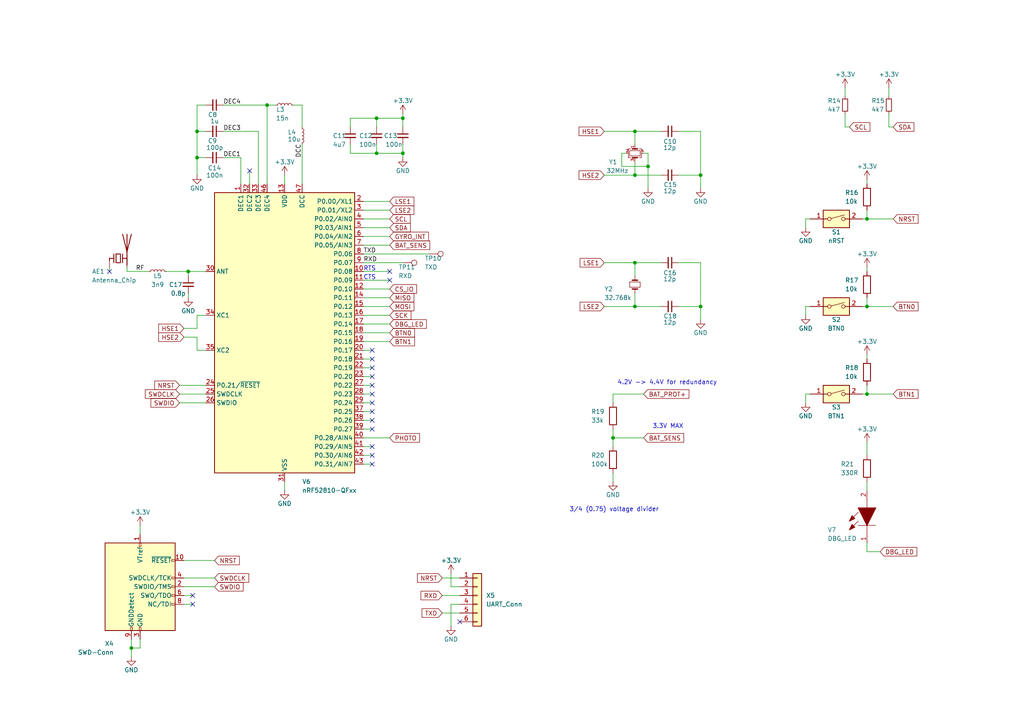
<source format=kicad_sch>
(kicad_sch (version 20211123) (generator eeschema)
  (paper "A4")
  (title_block (title "SmartWatch - [3] MCU") (date "2022-06-19") (comment 4 "Simon Brenninger"))
  (lib_symbols
    (symbol "Connector:Conn_ARM_JTAG_SWD_10" (pin_names (offset 1.016))
      (property "Reference" "J" (at -2.54 16.51 0))
      (property "Value" "Conn_ARM_JTAG_SWD_10" (at -2.54 13.97 0))
      (symbol "Conn_ARM_JTAG_SWD_10_0_1"
        (rectangle (start -10.16 12.7) (end 10.16 -12.7) (stroke (width 0.254)) (fill (type background)))
        (rectangle (start -2.794 -12.7) (end -2.286 -11.684))
        (rectangle (start -0.254 -12.7) (end 0.254 -11.684))
        (rectangle (start -0.254 12.7) (end 0.254 11.684))
        (rectangle (start 9.144 2.286) (end 10.16 2.794))
        (rectangle (start 10.16 -2.794) (end 9.144 -2.286))
        (rectangle (start 10.16 -0.254) (end 9.144 0.254))
        (rectangle (start 10.16 7.874) (end 9.144 7.366))
      )
      (symbol "Conn_ARM_JTAG_SWD_10_1_1"
        (rectangle (start 9.144 -5.334) (end 10.16 -4.826))
        (pin power_in line (at 0 15.24 270) (length 2.54) (name "VTref") (number "1"))
        (pin open_collector line (at 12.7 7.62 180) (length 2.54) (name "~{RESET}") (number "10"))
        (pin bidirectional line (at 12.7 0 180) (length 2.54) (name "SWDIO/TMS") (number "2"))
        (pin power_in line (at 0 -15.24 90) (length 2.54) (name "GND") (number "3"))
        (pin output line (at 12.7 2.54 180) (length 2.54) (name "SWDCLK/TCK") (number "4"))
        (pin passive line (at 0 -15.24 90) (length 2.54) hide (name "GND") (number "5"))
        (pin input line (at 12.7 -2.54 180) (length 2.54) (name "SWO/TDO") (number "6"))
        (pin no_connect line (at -10.16 0 0) (length 2.54) hide (name "KEY") (number "7"))
        (pin output line (at 12.7 -5.08 180) (length 2.54) (name "NC/TDI") (number "8"))
        (pin passive line (at -2.54 -15.24 90) (length 2.54) (name "GNDDetect") (number "9"))
      )
    )
    (symbol "Connector:TestPoint" (pin_numbers hide) (pin_names (offset 0.762) hide)
      (property "Reference" "TP" (at 0 6.858 0))
      (property "Value" "TestPoint" (at 0 5.08 0))
      (symbol "TestPoint_0_1"
        (circle (center 0 3.302) (radius 0.762))
      )
      (symbol "TestPoint_1_1"
        (pin passive line (at 0 0 90) (length 2.54) (name "1") (number "1"))
      )
    )
    (symbol "Connector_Generic:Conn_01x06" (pin_names (offset 1.016) hide)
      (property "Reference" "J" (at 0 7.62 0))
      (property "Value" "Conn_01x06" (at 0 -10.16 0))
      (symbol "Conn_01x06_1_1"
        (rectangle (start -1.27 -7.493) (end 0 -7.747) (stroke (width 0.1524)))
        (rectangle (start -1.27 -4.953) (end 0 -5.207) (stroke (width 0.1524)))
        (rectangle (start -1.27 -2.413) (end 0 -2.667) (stroke (width 0.1524)))
        (rectangle (start -1.27 0.127) (end 0 -0.127) (stroke (width 0.1524)))
        (rectangle (start -1.27 2.667) (end 0 2.413) (stroke (width 0.1524)))
        (rectangle (start -1.27 5.207) (end 0 4.953) (stroke (width 0.1524)))
        (rectangle (start -1.27 6.35) (end 1.27 -8.89) (stroke (width 0.254)) (fill (type background)))
        (pin passive line (at -5.08 5.08 0) (length 3.81) (name "Pin_1") (number "1"))
        (pin passive line (at -5.08 2.54 0) (length 3.81) (name "Pin_2") (number "2"))
        (pin passive line (at -5.08 0 0) (length 3.81) (name "Pin_3") (number "3"))
        (pin passive line (at -5.08 -2.54 0) (length 3.81) (name "Pin_4") (number "4"))
        (pin passive line (at -5.08 -5.08 0) (length 3.81) (name "Pin_5") (number "5"))
        (pin passive line (at -5.08 -7.62 0) (length 3.81) (name "Pin_6") (number "6"))
      )
    )
    (symbol "Device:Antenna_Chip" (pin_numbers hide) (pin_names (offset 1.016) hide)
      (property "Reference" "AE" (at 0 5.08 0))
      (property "Value" "Antenna_Chip" (at 0 3.175 0))
      (symbol "Antenna_Chip_0_1"
        (polyline (pts (xy -2.54 0) (xy -2.54 -0.635)) (stroke (width 0.254)))
        (polyline (pts (xy -2.54 0) (xy -1.27 0)) (stroke (width 0.254)))
        (polyline (pts (xy 1.27 0) (xy 2.54 0)) (stroke (width 0.254)))
        (polyline (pts (xy 1.27 1.27) (xy 1.27 -1.27)) (stroke (width 0.254)))
        (polyline (pts (xy 2.54 -0.635) (xy 2.54 0)))
        (polyline (pts (xy 2.54 6.985) (xy 2.54 -1.905)) (stroke (width 0.254)))
        (polyline (pts (xy -1.27 1.27) (xy -1.27 -1.27) (xy -1.27 0)) (stroke (width 0.254)))
        (polyline (pts (xy 3.81 6.985) (xy 2.54 1.905) (xy 1.27 6.985)) (stroke (width 0.254)))
        (polyline (pts (xy -0.635 1.27) (xy 0.635 1.27) (xy 0.635 -1.27) (xy -0.635 -1.27) (xy -0.635 1.27)) (stroke (width 0.254)))
      )
      (symbol "Antenna_Chip_1_1"
        (pin input line (at -2.54 -2.54 90) (length 2.54) (name "FEED") (number "1"))
        (pin passive line (at 2.54 -2.54 90) (length 2.54) (name "PCB_Trace") (number "2"))
      )
    )
    (symbol "Device:C_Small" (pin_numbers hide) (pin_names (offset 0.254) hide)
      (property "Reference" "C" (at 0.254 1.778 0))
      (property "Value" "C_Small" (at 0.254 -2.032 0))
      (symbol "C_Small_0_1"
        (polyline (pts (xy -1.524 -0.508) (xy 1.524 -0.508)) (stroke (width 0.3302)))
        (polyline (pts (xy -1.524 0.508) (xy 1.524 0.508)) (stroke (width 0.3048)))
      )
      (symbol "C_Small_1_1"
        (pin passive line (at 0 2.54 270) (length 2.032) (name "~") (number "1"))
        (pin passive line (at 0 -2.54 90) (length 2.032) (name "~") (number "2"))
      )
    )
    (symbol "Device:Crystal_GND24_Small" (pin_names (offset 1.016) hide)
      (property "Reference" "Y" (at 1.27 4.445 0))
      (property "Value" "Crystal_GND24_Small" (at 1.27 2.54 0))
      (symbol "Crystal_GND24_Small_0_1"
        (rectangle (start -0.762 -1.524) (end 0.762 1.524))
        (polyline (pts (xy -1.27 -0.762) (xy -1.27 0.762)) (stroke (width 0.381)))
        (polyline (pts (xy 1.27 -0.762) (xy 1.27 0.762)) (stroke (width 0.381)))
        (polyline (pts (xy -1.27 -1.27) (xy -1.27 -1.905) (xy 1.27 -1.905) (xy 1.27 -1.27)))
        (polyline (pts (xy -1.27 1.27) (xy -1.27 1.905) (xy 1.27 1.905) (xy 1.27 1.27)))
      )
      (symbol "Crystal_GND24_Small_1_1"
        (pin passive line (at -2.54 0 0) (length 1.27) (name "1") (number "1"))
        (pin passive line (at 0 -2.54 90) (length 0.635) (name "2") (number "2"))
        (pin passive line (at 2.54 0 180) (length 1.27) (name "3") (number "3"))
        (pin passive line (at 0 2.54 270) (length 0.635) (name "4") (number "4"))
      )
    )
    (symbol "Device:Crystal_Small" (pin_numbers hide) (pin_names (offset 1.016) hide)
      (property "Reference" "Y" (at 0 2.54 0))
      (property "Value" "Crystal_Small" (at 0 -2.54 0))
      (symbol "Crystal_Small_0_1"
        (rectangle (start -0.762 -1.524) (end 0.762 1.524))
        (polyline (pts (xy -1.27 -0.762) (xy -1.27 0.762)) (stroke (width 0.381)))
        (polyline (pts (xy 1.27 -0.762) (xy 1.27 0.762)) (stroke (width 0.381)))
      )
      (symbol "Crystal_Small_1_1"
        (pin passive line (at -2.54 0 0) (length 1.27) (name "1") (number "1"))
        (pin passive line (at 2.54 0 180) (length 1.27) (name "2") (number "2"))
      )
    )
    (symbol "Device:L_Small" (pin_numbers hide) (pin_names (offset 0.254) hide)
      (property "Reference" "L" (at 0.762 1.016 0))
      (property "Value" "L_Small" (at 0.762 -1.016 0))
      (symbol "L_Small_0_1"
        (arc (start 0 -2.032) (mid 0.508 -1.524) (end 0 -1.016))
        (arc (start 0 -1.016) (mid 0.508 -0.508) (end 0 0))
        (arc (start 0 0) (mid 0.508 0.508) (end 0 1.016))
        (arc (start 0 1.016) (mid 0.508 1.524) (end 0 2.032))
      )
      (symbol "L_Small_1_1"
        (pin passive line (at 0 2.54 270) (length 0.508) (name "~") (number "1"))
        (pin passive line (at 0 -2.54 90) (length 0.508) (name "~") (number "2"))
      )
    )
    (symbol "Device:R" (pin_numbers hide) (pin_names (offset 0))
      (property "Reference" "R" (at 2.032 0 90))
      (property "Value" "R" (at 0 0 90))
      (symbol "R_0_1"
        (rectangle (start -1.016 -2.54) (end 1.016 2.54) (stroke (width 0.254)))
      )
      (symbol "R_1_1"
        (pin passive line (at 0 3.81 270) (length 1.27) (name "~") (number "1"))
        (pin passive line (at 0 -3.81 90) (length 1.27) (name "~") (number "2"))
      )
    )
    (symbol "Device:R_Small" (pin_numbers hide) (pin_names (offset 0.254) hide)
      (property "Reference" "R" (at 0.762 0.508 0))
      (property "Value" "R_Small" (at 0.762 -1.016 0))
      (symbol "R_Small_0_1"
        (rectangle (start -0.762 1.778) (end 0.762 -1.778) (stroke (width 0.2032)))
      )
      (symbol "R_Small_1_1"
        (pin passive line (at 0 2.54 270) (length 0.762) (name "~") (number "1"))
        (pin passive line (at 0 -2.54 90) (length 0.762) (name "~") (number "2"))
      )
    )
    (symbol "LED red:150060SS75000" (pin_names (offset 0.762))
      (property "Reference" "LED" (at 12.7 8.89 0))
      (property "Value" "150060SS75000" (at 12.7 6.35 0))
      (symbol "150060SS75000_0_0"
        (pin passive line (at 0 0 0) (length 2.54) (name "~") (number "1"))
        (pin passive line (at 15.24 0 180) (length 2.54) (name "~") (number "2"))
      )
      (symbol "150060SS75000_0_1"
        (polyline (pts (xy 2.54 0) (xy 5.08 0)) (stroke (width 0.1524)))
        (polyline (pts (xy 5.08 2.54) (xy 5.08 -2.54)) (stroke (width 0.1524)))
        (polyline (pts (xy 6.35 2.54) (xy 3.81 5.08)) (stroke (width 0.1524)))
        (polyline (pts (xy 8.89 2.54) (xy 6.35 5.08)) (stroke (width 0.1524)))
        (polyline (pts (xy 10.16 0) (xy 12.7 0)) (stroke (width 0.1524)))
        (polyline (pts (xy 5.08 0) (xy 10.16 2.54) (xy 10.16 -2.54) (xy 5.08 0)) (stroke (width 0.254)) (fill (type outline)))
        (polyline (pts (xy 5.334 4.318) (xy 4.572 3.556) (xy 3.81 5.08) (xy 5.334 4.318)) (stroke (width 0.254)) (fill (type outline)))
        (polyline (pts (xy 7.874 4.318) (xy 7.112 3.556) (xy 6.35 5.08) (xy 7.874 4.318)) (stroke (width 0.254)) (fill (type outline)))
      )
    )
    (symbol "MCU_Nordic:nRF52810-QFxx"
      (property "Reference" "U" (at 0 1.27 0))
      (property "Value" "nRF52810-QFxx" (at 0 -1.27 0))
      (symbol "nRF52810-QFxx_0_1"
        (rectangle (start -20.32 40.64) (end 20.32 -40.64) (stroke (width 0.254)) (fill (type background)))
      )
      (symbol "nRF52810-QFxx_1_1"
        (pin passive line (at -12.7 43.18 270) (length 2.54) (name "DEC1") (number "1"))
        (pin bidirectional line (at 22.86 17.78 180) (length 2.54) (name "P0.08") (number "10"))
        (pin bidirectional line (at 22.86 15.24 180) (length 2.54) (name "P0.09") (number "11"))
        (pin bidirectional line (at 22.86 12.7 180) (length 2.54) (name "P0.10") (number "12"))
        (pin power_in line (at 0 43.18 270) (length 2.54) (name "VDD") (number "13"))
        (pin bidirectional line (at 22.86 10.16 180) (length 2.54) (name "P0.11") (number "14"))
        (pin bidirectional line (at 22.86 7.62 180) (length 2.54) (name "P0.12") (number "15"))
        (pin bidirectional line (at 22.86 5.08 180) (length 2.54) (name "P0.13") (number "16"))
        (pin bidirectional line (at 22.86 2.54 180) (length 2.54) (name "P0.14") (number "17"))
        (pin bidirectional line (at 22.86 0 180) (length 2.54) (name "P0.15") (number "18"))
        (pin bidirectional line (at 22.86 -2.54 180) (length 2.54) (name "P0.16") (number "19"))
        (pin bidirectional line (at 22.86 38.1 180) (length 2.54) (name "P0.00/XL1") (number "2"))
        (pin bidirectional line (at 22.86 -5.08 180) (length 2.54) (name "P0.17") (number "20"))
        (pin bidirectional line (at 22.86 -7.62 180) (length 2.54) (name "P0.18") (number "21"))
        (pin bidirectional line (at 22.86 -10.16 180) (length 2.54) (name "P0.19") (number "22"))
        (pin bidirectional line (at 22.86 -12.7 180) (length 2.54) (name "P0.20") (number "23"))
        (pin bidirectional line (at -22.86 -15.24 0) (length 2.54) (name "P0.21/~{RESET}") (number "24"))
        (pin input line (at -22.86 -17.78 0) (length 2.54) (name "SWDCLK") (number "25"))
        (pin bidirectional line (at -22.86 -20.32 0) (length 2.54) (name "SWDIO") (number "26"))
        (pin bidirectional line (at 22.86 -15.24 180) (length 2.54) (name "P0.22") (number "27"))
        (pin bidirectional line (at 22.86 -17.78 180) (length 2.54) (name "P0.23") (number "28"))
        (pin bidirectional line (at 22.86 -20.32 180) (length 2.54) (name "P0.24") (number "29"))
        (pin bidirectional line (at 22.86 35.56 180) (length 2.54) (name "P0.01/XL2") (number "3"))
        (pin passive line (at -22.86 17.78 0) (length 2.54) (name "ANT") (number "30"))
        (pin power_in line (at 0 -43.18 90) (length 2.54) (name "VSS") (number "31"))
        (pin passive line (at -10.16 43.18 270) (length 2.54) (name "DEC2") (number "32"))
        (pin passive line (at -7.62 43.18 270) (length 2.54) (name "DEC3") (number "33"))
        (pin input line (at -22.86 5.08 0) (length 2.54) (name "XC1") (number "34"))
        (pin input line (at -22.86 -5.08 0) (length 2.54) (name "XC2") (number "35"))
        (pin passive line (at 0 43.18 270) (length 2.54) hide (name "VDD") (number "36"))
        (pin bidirectional line (at 22.86 -22.86 180) (length 2.54) (name "P0.25") (number "37"))
        (pin bidirectional line (at 22.86 -25.4 180) (length 2.54) (name "P0.26") (number "38"))
        (pin bidirectional line (at 22.86 -27.94 180) (length 2.54) (name "P0.27") (number "39"))
        (pin bidirectional line (at 22.86 33.02 180) (length 2.54) (name "P0.02/AIN0") (number "4"))
        (pin bidirectional line (at 22.86 -30.48 180) (length 2.54) (name "P0.28/AIN4") (number "40"))
        (pin bidirectional line (at 22.86 -33.02 180) (length 2.54) (name "P0.29/AIN5") (number "41"))
        (pin bidirectional line (at 22.86 -35.56 180) (length 2.54) (name "P0.30/AIN6") (number "42"))
        (pin bidirectional line (at 22.86 -38.1 180) (length 2.54) (name "P0.31/AIN7") (number "43"))
        (pin no_connect line (at -20.32 -30.48 0) (length 2.54) hide (name "NC") (number "44"))
        (pin passive line (at 0 -43.18 90) (length 2.54) hide (name "VSS") (number "45"))
        (pin passive line (at -5.08 43.18 270) (length 2.54) (name "DEC4") (number "46"))
        (pin power_out line (at 5.08 43.18 270) (length 2.54) (name "DCC") (number "47"))
        (pin passive line (at 0 43.18 270) (length 2.54) hide (name "VDD") (number "48"))
        (pin passive line (at 0 -43.18 90) (length 2.54) hide (name "VSS") (number "49"))
        (pin bidirectional line (at 22.86 30.48 180) (length 2.54) (name "P0.03/AIN1") (number "5"))
        (pin bidirectional line (at 22.86 27.94 180) (length 2.54) (name "P0.04/AIN2") (number "6"))
        (pin bidirectional line (at 22.86 25.4 180) (length 2.54) (name "P0.05/AIN3") (number "7"))
        (pin bidirectional line (at 22.86 22.86 180) (length 2.54) (name "P0.06") (number "8"))
        (pin bidirectional line (at 22.86 20.32 180) (length 2.54) (name "P0.07") (number "9"))
      )
    )
    (symbol "Switch:SW_DIP_x01" (pin_names (offset 0) hide)
      (property "Reference" "SW" (at 0 3.81 0))
      (property "Value" "SW_DIP_x01" (at 0 -3.81 0))
      (symbol "SW_DIP_x01_0_0"
        (circle (center -2.032 0) (radius 0.508))
        (polyline (pts (xy -1.524 0.127) (xy 2.3622 1.1684)))
        (circle (center 2.032 0) (radius 0.508))
      )
      (symbol "SW_DIP_x01_0_1"
        (rectangle (start -3.81 2.54) (end 3.81 -2.54) (stroke (width 0.254)) (fill (type background)))
      )
      (symbol "SW_DIP_x01_1_1"
        (pin passive line (at -7.62 0 0) (length 5.08) (name "~") (number "1"))
        (pin passive line (at 7.62 0 180) (length 5.08) (name "~") (number "2"))
      )
    )
    (symbol "power:+3.3V" (power) (pin_names (offset 0))
      (property "Value" "+3.3V" (at 0 3.556 0))
      (symbol "+3.3V_0_1"
        (polyline (pts (xy -0.762 1.27) (xy 0 2.54)))
        (polyline (pts (xy 0 0) (xy 0 2.54)))
        (polyline (pts (xy 0 2.54) (xy 0.762 1.27)))
      )
      (symbol "+3.3V_1_1"
        (pin power_in line (at 0 0 90) (length 0) hide (name "+3.3V") (number "1"))
      )
    )
    (symbol "power:GND" (power) (pin_names (offset 0))
      (property "Value" "GND" (at 0 -3.81 0))
      (symbol "GND_0_1"
        (polyline (pts (xy 0 0) (xy 0 -1.27) (xy 1.27 -1.27) (xy 0 -2.54) (xy -1.27 -1.27) (xy 0 -1.27)))
      )
      (symbol "GND_1_1"
        (pin power_in line (at 0 0 270) (length 0) hide (name "GND") (number "1"))
      )
    )
  )
  (junction (at 57.15 38.1))
  (junction (at 203.2 50.8))
  (junction (at 116.84 44.45))
  (junction (at 203.2 88.9))
  (junction (at 184.15 76.2))
  (junction (at 184.15 88.9))
  (junction (at 187.96 48.26))
  (junction (at 109.22 34.29))
  (junction (at 54.61 78.74))
  (junction (at 184.15 50.8))
  (junction (at 184.15 38.1))
  (junction (at 251.46 88.9))
  (junction (at 109.22 44.45))
  (junction (at 251.46 63.5))
  (junction (at 77.47 30.48))
  (junction (at 38.1 187.96))
  (junction (at 57.15 45.72))
  (junction (at 177.8 127))
  (junction (at 251.46 114.3))
  (junction (at 116.84 34.29))
  (no_connect (at 113.03 81.28))
  (no_connect (at 113.03 78.74))
  (no_connect (at 107.95 109.22))
  (no_connect (at 107.95 119.38))
  (no_connect (at 107.95 101.6))
  (no_connect (at 107.95 104.14))
  (no_connect (at 107.95 124.46))
  (no_connect (at 107.95 111.76))
  (no_connect (at 55.88 172.72))
  (no_connect (at 55.88 175.26))
  (no_connect (at 107.95 116.84))
  (no_connect (at 107.95 129.54))
  (no_connect (at 107.95 114.3))
  (no_connect (at 107.95 106.68))
  (no_connect (at 107.95 132.08))
  (no_connect (at 133.35 180.34))
  (no_connect (at 31.75 78.74))
  (no_connect (at 107.95 121.92))
  (no_connect (at 107.95 134.62))
  (no_connect (at 72.39 49.53))
  (wire (pts (xy 105.41 71.12) (xy 113.03 71.12)))
  (wire (pts (xy 180.34 44.45) (xy 180.34 48.26)))
  (wire (pts (xy 59.69 45.72) (xy 57.15 45.72)))
  (wire (pts (xy 251.46 60.96) (xy 251.46 63.5)))
  (wire (pts (xy 105.41 132.08) (xy 107.95 132.08)))
  (wire (pts (xy 105.41 78.74) (xy 113.03 78.74)))
  (wire (pts (xy 251.46 114.3) (xy 259.08 114.3)))
  (wire (pts (xy 105.41 101.6) (xy 107.95 101.6)))
  (wire (pts (xy 109.22 34.29) (xy 116.84 34.29)))
  (wire (pts (xy 74.93 38.1) (xy 74.93 53.34)))
  (wire (pts (xy 133.35 175.26) (xy 130.81 175.26)))
  (wire (pts (xy 177.8 114.3) (xy 186.69 114.3)))
  (wire (pts (xy 105.41 119.38) (xy 107.95 119.38)))
  (wire (pts (xy 128.27 172.72) (xy 133.35 172.72)))
  (wire (pts (xy 101.6 36.83) (xy 101.6 34.29)))
  (wire (pts (xy 203.2 50.8) (xy 203.2 54.61)))
  (wire (pts (xy 250.19 88.9) (xy 251.46 88.9)))
  (wire (pts (xy 53.34 95.25) (xy 57.15 95.25)))
  (wire (pts (xy 59.69 38.1) (xy 57.15 38.1)))
  (wire (pts (xy 203.2 76.2) (xy 203.2 88.9)))
  (wire (pts (xy 105.41 99.06) (xy 113.03 99.06)))
  (wire (pts (xy 251.46 157.48) (xy 251.46 160.02)))
  (wire (pts (xy 105.41 73.66) (xy 124.46 73.66)))
  (wire (pts (xy 191.77 38.1) (xy 184.15 38.1)))
  (wire (pts (xy 250.19 114.3) (xy 251.46 114.3)))
  (wire (pts (xy 105.41 134.62) (xy 107.95 134.62)))
  (wire (pts (xy 196.85 50.8) (xy 203.2 50.8)))
  (wire (pts (xy 62.23 167.64) (xy 53.34 167.64)))
  (wire (pts (xy 233.68 114.3) (xy 234.95 114.3)))
  (wire (pts (xy 187.96 44.45) (xy 187.96 48.26)))
  (wire (pts (xy 105.41 76.2) (xy 116.84 76.2)))
  (wire (pts (xy 191.77 76.2) (xy 184.15 76.2)))
  (wire (pts (xy 250.19 63.5) (xy 251.46 63.5)))
  (wire (pts (xy 105.41 114.3) (xy 107.95 114.3)))
  (wire (pts (xy 36.83 78.74) (xy 43.18 78.74)))
  (wire (pts (xy 105.41 66.04) (xy 113.03 66.04)))
  (wire (pts (xy 105.41 81.28) (xy 113.03 81.28)))
  (wire (pts (xy 203.2 38.1) (xy 203.2 50.8)))
  (wire (pts (xy 59.69 30.48) (xy 57.15 30.48)))
  (wire (pts (xy 186.69 127) (xy 177.8 127)))
  (wire (pts (xy 57.15 101.6) (xy 57.15 97.79)))
  (wire (pts (xy 180.34 44.45) (xy 181.61 44.45)))
  (wire (pts (xy 177.8 137.16) (xy 177.8 139.7)))
  (wire (pts (xy 36.83 77.47) (xy 36.83 78.74)))
  (wire (pts (xy 257.81 33.02) (xy 257.81 36.83)))
  (wire (pts (xy 57.15 30.48) (xy 57.15 38.1)))
  (wire (pts (xy 251.46 63.5) (xy 259.08 63.5)))
  (wire (pts (xy 251.46 102.87) (xy 251.46 104.14)))
  (wire (pts (xy 105.41 88.9) (xy 113.03 88.9)))
  (wire (pts (xy 82.55 50.8) (xy 82.55 53.34)))
  (wire (pts (xy 116.84 34.29) (xy 116.84 36.83)))
  (wire (pts (xy 233.68 88.9) (xy 234.95 88.9)))
  (wire (pts (xy 101.6 34.29) (xy 109.22 34.29)))
  (wire (pts (xy 177.8 114.3) (xy 177.8 116.84)))
  (wire (pts (xy 52.07 116.84) (xy 59.69 116.84)))
  (wire (pts (xy 87.63 30.48) (xy 87.63 36.83)))
  (wire (pts (xy 180.34 48.26) (xy 187.96 48.26)))
  (wire (pts (xy 245.11 33.02) (xy 245.11 36.83)))
  (wire (pts (xy 105.41 116.84) (xy 107.95 116.84)))
  (wire (pts (xy 184.15 38.1) (xy 175.26 38.1)))
  (wire (pts (xy 251.46 88.9) (xy 259.08 88.9)))
  (wire (pts (xy 48.26 78.74) (xy 54.61 78.74)))
  (wire (pts (xy 184.15 76.2) (xy 175.26 76.2)))
  (wire (pts (xy 116.84 33.02) (xy 116.84 34.29)))
  (wire (pts (xy 128.27 177.8) (xy 133.35 177.8)))
  (wire (pts (xy 59.69 101.6) (xy 57.15 101.6)))
  (wire (pts (xy 54.61 86.36) (xy 54.61 85.09)))
  (wire (pts (xy 69.85 45.72) (xy 69.85 53.34)))
  (wire (pts (xy 87.63 41.91) (xy 87.63 53.34)))
  (wire (pts (xy 72.39 49.53) (xy 72.39 53.34)))
  (wire (pts (xy 184.15 88.9) (xy 175.26 88.9)))
  (wire (pts (xy 85.09 30.48) (xy 87.63 30.48)))
  (wire (pts (xy 177.8 124.46) (xy 177.8 127)))
  (wire (pts (xy 64.77 30.48) (xy 77.47 30.48)))
  (wire (pts (xy 109.22 44.45) (xy 101.6 44.45)))
  (wire (pts (xy 233.68 63.5) (xy 234.95 63.5)))
  (wire (pts (xy 52.07 114.3) (xy 59.69 114.3)))
  (wire (pts (xy 251.46 52.07) (xy 251.46 53.34)))
  (wire (pts (xy 105.41 109.22) (xy 107.95 109.22)))
  (wire (pts (xy 57.15 95.25) (xy 57.15 91.44)))
  (wire (pts (xy 133.35 170.18) (xy 130.81 170.18)))
  (wire (pts (xy 257.81 36.83) (xy 259.08 36.83)))
  (wire (pts (xy 233.68 116.84) (xy 233.68 114.3)))
  (wire (pts (xy 251.46 86.36) (xy 251.46 88.9)))
  (wire (pts (xy 255.27 160.02) (xy 251.46 160.02)))
  (wire (pts (xy 196.85 38.1) (xy 203.2 38.1)))
  (wire (pts (xy 191.77 50.8) (xy 184.15 50.8)))
  (wire (pts (xy 64.77 38.1) (xy 74.93 38.1)))
  (wire (pts (xy 196.85 88.9) (xy 203.2 88.9)))
  (wire (pts (xy 130.81 175.26) (xy 130.81 181.61)))
  (wire (pts (xy 105.41 104.14) (xy 107.95 104.14)))
  (wire (pts (xy 130.81 170.18) (xy 130.81 166.37)))
  (wire (pts (xy 105.41 86.36) (xy 113.03 86.36)))
  (wire (pts (xy 57.15 50.8) (xy 57.15 45.72)))
  (wire (pts (xy 245.11 25.4) (xy 245.11 27.94)))
  (wire (pts (xy 245.11 36.83) (xy 246.38 36.83)))
  (wire (pts (xy 184.15 76.2) (xy 184.15 80.01)))
  (wire (pts (xy 105.41 127) (xy 113.03 127)))
  (wire (pts (xy 187.96 48.26) (xy 187.96 54.61)))
  (wire (pts (xy 196.85 76.2) (xy 203.2 76.2)))
  (wire (pts (xy 116.84 44.45) (xy 116.84 45.72)))
  (wire (pts (xy 251.46 128.27) (xy 251.46 132.08)))
  (wire (pts (xy 40.64 185.42) (xy 40.64 187.96)))
  (wire (pts (xy 116.84 41.91) (xy 116.84 44.45)))
  (wire (pts (xy 62.23 162.56) (xy 53.34 162.56)))
  (wire (pts (xy 105.41 60.96) (xy 113.03 60.96)))
  (wire (pts (xy 31.75 78.74) (xy 31.75 77.47)))
  (wire (pts (xy 40.64 187.96) (xy 38.1 187.96)))
  (wire (pts (xy 77.47 30.48) (xy 77.47 53.34)))
  (wire (pts (xy 38.1 187.96) (xy 38.1 190.5)))
  (wire (pts (xy 233.68 91.44) (xy 233.68 88.9)))
  (wire (pts (xy 177.8 127) (xy 177.8 129.54)))
  (wire (pts (xy 109.22 41.91) (xy 109.22 44.45)))
  (wire (pts (xy 105.41 121.92) (xy 107.95 121.92)))
  (wire (pts (xy 116.84 44.45) (xy 109.22 44.45)))
  (wire (pts (xy 128.27 167.64) (xy 133.35 167.64)))
  (wire (pts (xy 105.41 111.76) (xy 107.95 111.76)))
  (wire (pts (xy 105.41 58.42) (xy 113.03 58.42)))
  (wire (pts (xy 57.15 38.1) (xy 57.15 45.72)))
  (wire (pts (xy 186.69 44.45) (xy 187.96 44.45)))
  (wire (pts (xy 109.22 34.29) (xy 109.22 36.83)))
  (wire (pts (xy 105.41 83.82) (xy 113.03 83.82)))
  (wire (pts (xy 105.41 129.54) (xy 107.95 129.54)))
  (wire (pts (xy 105.41 91.44) (xy 113.03 91.44)))
  (wire (pts (xy 184.15 46.99) (xy 184.15 50.8)))
  (wire (pts (xy 40.64 152.4) (xy 40.64 154.94)))
  (wire (pts (xy 54.61 78.74) (xy 59.69 78.74)))
  (wire (pts (xy 105.41 96.52) (xy 113.03 96.52)))
  (wire (pts (xy 105.41 68.58) (xy 113.03 68.58)))
  (wire (pts (xy 251.46 142.24) (xy 251.46 139.7)))
  (wire (pts (xy 82.55 142.24) (xy 82.55 139.7)))
  (wire (pts (xy 191.77 88.9) (xy 184.15 88.9)))
  (wire (pts (xy 55.88 172.72) (xy 53.34 172.72)))
  (wire (pts (xy 52.07 111.76) (xy 59.69 111.76)))
  (wire (pts (xy 55.88 175.26) (xy 53.34 175.26)))
  (wire (pts (xy 57.15 91.44) (xy 59.69 91.44)))
  (wire (pts (xy 184.15 38.1) (xy 184.15 41.91)))
  (wire (pts (xy 57.15 97.79) (xy 53.34 97.79)))
  (wire (pts (xy 54.61 78.74) (xy 54.61 80.01)))
  (wire (pts (xy 105.41 93.98) (xy 113.03 93.98)))
  (wire (pts (xy 184.15 50.8) (xy 175.26 50.8)))
  (wire (pts (xy 77.47 30.48) (xy 80.01 30.48)))
  (wire (pts (xy 62.23 170.18) (xy 53.34 170.18)))
  (wire (pts (xy 257.81 25.4) (xy 257.81 27.94)))
  (wire (pts (xy 105.41 124.46) (xy 107.95 124.46)))
  (wire (pts (xy 105.41 63.5) (xy 113.03 63.5)))
  (wire (pts (xy 105.41 106.68) (xy 107.95 106.68)))
  (wire (pts (xy 184.15 85.09) (xy 184.15 88.9)))
  (wire (pts (xy 101.6 44.45) (xy 101.6 41.91)))
  (wire (pts (xy 38.1 185.42) (xy 38.1 187.96)))
  (wire (pts (xy 251.46 111.76) (xy 251.46 114.3)))
  (wire (pts (xy 251.46 77.47) (xy 251.46 78.74)))
  (wire (pts (xy 64.77 45.72) (xy 69.85 45.72)))
  (wire (pts (xy 233.68 66.04) (xy 233.68 63.5)))
  (wire (pts (xy 203.2 88.9) (xy 203.2 92.71)))
  (text "RTS" (at 105.41 78.74 0) (effects (font (size 1.27 1.27)) (justify left bottom)))
  (text "4.2V -> 4.4V for redundancy" (at 179.07 111.76 0) (effects (font (size 1.27 1.27)) (justify left bottom)))
  (text "3/4 (0.75) voltage divider" (at 165.1 148.59 0) (effects (font (size 1.27 1.27)) (justify left bottom)))
  (text "CTS" (at 105.41 81.28 0) (effects (font (size 1.27 1.27)) (justify left bottom)))
  (text "3.3V MAX" (at 189.23 124.46 0) (effects (font (size 1.27 1.27)) (justify left bottom)))
  (label "RXD" (at 105.41 76.2 0))
  (label "DEC1" (at 64.77 45.72 0))
  (label "DCC" (at 87.63 45.72 90))
  (label "DEC4" (at 64.77 30.48 0))
  (label "RF" (at 39.37 78.74 0))
  (label "DEC3" (at 64.77 38.1 0))
  (label "TXD" (at 105.41 73.66 0))
  (global_label "BTN0" (shape input) (at 259.08 88.9 0) (property "Intersheet References" "${INTERSHEET_REFS}" (effects hide)))
  (global_label "BTN1" (shape input) (at 113.03 99.06 0) (property "Intersheet References" "${INTERSHEET_REFS}" (effects hide)))
  (global_label "BTN0" (shape input) (at 113.03 96.52 0) (property "Intersheet References" "${INTERSHEET_REFS}" (effects hide)))
  (global_label "PHOTO" (shape input) (at 113.03 127 0) (property "Intersheet References" "${INTERSHEET_REFS}" (effects hide)))
  (global_label "LSE2" (shape input) (at 175.26 88.9 180) (property "Intersheet References" "${INTERSHEET_REFS}" (effects hide)))
  (global_label "SCK" (shape input) (at 113.03 91.44 0) (property "Intersheet References" "${INTERSHEET_REFS}" (effects hide)))
  (global_label "LSE1" (shape input) (at 113.03 58.42 0) (property "Intersheet References" "${INTERSHEET_REFS}" (effects hide)))
  (global_label "NRST" (shape input) (at 259.08 63.5 0) (property "Intersheet References" "${INTERSHEET_REFS}" (effects hide)))
  (global_label "GYRO_INT" (shape input) (at 113.03 68.58 0) (property "Intersheet References" "${INTERSHEET_REFS}" (effects hide)))
  (global_label "RXD" (shape input) (at 128.27 172.72 180) (property "Intersheet References" "${INTERSHEET_REFS}" (effects hide)))
  (global_label "LSE1" (shape input) (at 175.26 76.2 180) (property "Intersheet References" "${INTERSHEET_REFS}" (effects hide)))
  (global_label "SCL" (shape input) (at 246.38 36.83 0) (property "Intersheet References" "${INTERSHEET_REFS}" (effects hide)))
  (global_label "SWDCLK" (shape input) (at 62.23 167.64 0) (property "Intersheet References" "${INTERSHEET_REFS}" (effects hide)))
  (global_label "NRST" (shape input) (at 128.27 167.64 180) (property "Intersheet References" "${INTERSHEET_REFS}" (effects hide)))
  (global_label "NRST" (shape input) (at 62.23 162.56 0) (property "Intersheet References" "${INTERSHEET_REFS}" (effects hide)))
  (global_label "MISO" (shape input) (at 113.03 86.36 0) (property "Intersheet References" "${INTERSHEET_REFS}" (effects hide)))
  (global_label "HSE1" (shape input) (at 175.26 38.1 180) (property "Intersheet References" "${INTERSHEET_REFS}" (effects hide)))
  (global_label "TXD" (shape input) (at 128.27 177.8 180) (property "Intersheet References" "${INTERSHEET_REFS}" (effects hide)))
  (global_label "BTN1" (shape input) (at 259.08 114.3 0) (property "Intersheet References" "${INTERSHEET_REFS}" (effects hide)))
  (global_label "HSE2" (shape input) (at 175.26 50.8 180) (property "Intersheet References" "${INTERSHEET_REFS}" (effects hide)))
  (global_label "SDA" (shape input) (at 259.08 36.83 0) (property "Intersheet References" "${INTERSHEET_REFS}" (effects hide)))
  (global_label "DBG_LED" (shape input) (at 113.03 93.98 0) (property "Intersheet References" "${INTERSHEET_REFS}" (effects hide)))
  (global_label "BAT_SENS" (shape input) (at 186.69 127 0) (property "Intersheet References" "${INTERSHEET_REFS}" (effects hide)))
  (global_label "LSE2" (shape input) (at 113.03 60.96 0) (property "Intersheet References" "${INTERSHEET_REFS}" (effects hide)))
  (global_label "SDA" (shape input) (at 113.03 66.04 0) (property "Intersheet References" "${INTERSHEET_REFS}" (effects hide)))
  (global_label "DBG_LED" (shape input) (at 255.27 160.02 0) (property "Intersheet References" "${INTERSHEET_REFS}" (effects hide)))
  (global_label "SWDIO" (shape input) (at 52.07 116.84 180) (property "Intersheet References" "${INTERSHEET_REFS}" (effects hide)))
  (global_label "SWDCLK" (shape input) (at 52.07 114.3 180) (property "Intersheet References" "${INTERSHEET_REFS}" (effects hide)))
  (global_label "HSE2" (shape input) (at 53.34 97.79 180) (property "Intersheet References" "${INTERSHEET_REFS}" (effects hide)))
  (global_label "NRST" (shape input) (at 52.07 111.76 180) (property "Intersheet References" "${INTERSHEET_REFS}" (effects hide)))
  (global_label "MOSI" (shape input) (at 113.03 88.9 0) (property "Intersheet References" "${INTERSHEET_REFS}" (effects hide)))
  (global_label "BAT_SENS" (shape input) (at 113.03 71.12 0) (property "Intersheet References" "${INTERSHEET_REFS}" (effects hide)))
  (global_label "SCL" (shape input) (at 113.03 63.5 0) (property "Intersheet References" "${INTERSHEET_REFS}" (effects hide)))
  (global_label "BAT_PROT+" (shape input) (at 186.69 114.3 0) (property "Intersheet References" "${INTERSHEET_REFS}" (effects hide)))
  (global_label "CS_IO" (shape input) (at 113.03 83.82 0) (property "Intersheet References" "${INTERSHEET_REFS}" (effects hide)))
  (global_label "SWDIO" (shape input) (at 62.23 170.18 0) (property "Intersheet References" "${INTERSHEET_REFS}" (effects hide)))
  (global_label "HSE1" (shape input) (at 53.34 95.25 180) (property "Intersheet References" "${INTERSHEET_REFS}" (effects hide)))
  (symbol (lib_id "Connector_Generic:Conn_01x06") (at 138.43 172.72 0) (unit 1)
    (property "Reference" "X5" (at 140.97 172.7199 0) (effects (justify left)))
    (property "Value" "UART_Conn" (at 140.97 175.2599 0) (effects (justify left)))
    (property "Footprint" "Connector_PinHeader_1.27mm:PinHeader_2x03_P1.27mm_Vertical_SMD" (effects hide))
  )
  (symbol (lib_id "power:+3.3V") (at 251.46 52.07 0) (unit 1)
    (property "Reference" "#PWR032" (effects hide))
    (property "Value" "+3.3V" (at 251.46 48.26 0))
  )
  (symbol (lib_id "power:GND") (at 38.1 190.5 0) (unit 1)
    (property "Reference" "#PWR048" (effects hide))
    (property "Value" "GND" (at 38.1 194.31 0))
  )
  (symbol (lib_id "Connector:TestPoint") (at 124.46 73.66 270) (unit 1)
    (property "Reference" "TP10" (at 123.19 74.93 90) (effects (justify left)))
    (property "Value" "TXD" (at 123.19 77.47 90) (effects (justify left)))
    (property "Footprint" "TestPoint:TestPoint_Pad_D1.0mm" (effects hide))
  )
  (symbol (lib_id "power:GND") (at 233.68 66.04 0) (unit 1)
    (property "Reference" "#PWR035" (effects hide))
    (property "Value" "GND" (at 233.68 69.85 0))
  )
  (symbol (lib_id "Device:R") (at 177.8 133.35 0) (unit 1)
    (property "Reference" "R20" (at 171.45 132.08 0) (effects (justify left)))
    (property "Value" "100k" (at 171.45 134.62 0) (effects (justify left)))
    (property "Footprint" "Resistor_SMD:R_0603_1608Metric" (effects hide))
  )
  (symbol (lib_id "Device:C_Small") (at 101.6 39.37 0) (unit 1)
    (property "Reference" "C11" (at 96.52 39.37 0) (effects (justify left)))
    (property "Value" "4u7" (at 96.52 41.91 0) (effects (justify left)))
    (property "Footprint" "Capacitor_SMD:C_0603_1608Metric" (effects hide))
  )
  (symbol (lib_id "power:GND") (at 233.68 116.84 0) (unit 1)
    (property "Reference" "#PWR041" (effects hide))
    (property "Value" "GND" (at 233.68 120.65 0))
  )
  (symbol (lib_id "power:+3.3V") (at 82.55 50.8 0) (unit 1)
    (property "Reference" "#PWR031" (effects hide))
    (property "Value" "+3.3V" (at 82.55 46.99 0))
  )
  (symbol (lib_id "power:+3.3V") (at 116.84 33.02 0) (unit 1)
    (property "Reference" "#PWR028" (effects hide))
    (property "Value" "+3.3V" (at 116.84 29.21 0))
  )
  (symbol (lib_id "power:+3.3V") (at 130.81 166.37 0) (unit 1)
    (property "Reference" "#PWR046" (effects hide))
    (property "Value" "+3.3V" (at 130.81 162.56 0))
  )
  (symbol (lib_id "power:+3.3V") (at 257.81 25.4 0) (unit 1)
    (property "Reference" "#PWR027" (effects hide))
    (property "Value" "+3.3V" (at 257.81 21.59 0))
  )
  (symbol (lib_id "Device:Antenna_Chip") (at 34.29 74.93 0) (unit 1)
    (property "Reference" "AE1" (at 26.67 78.74 0) (effects (justify left)))
    (property "Value" "Antenna_Chip" (at 26.67 81.28 0) (effects (justify left)))
    (property "Footprint" "myLib:Ignion_NN01-102_BT_WIFI" (effects hide))
    (property "Mouser Part Number" "NN01-102" (effects hide))
  )
  (symbol (lib_id "Device:R_Small") (at 245.11 30.48 0) (unit 1)
    (property "Reference" "R14" (at 240.03 29.21 0) (effects (justify left)))
    (property "Value" "4k7" (at 240.03 31.75 0) (effects (justify left)))
    (property "Footprint" "Resistor_SMD:R_0603_1608Metric" (effects hide))
  )
  (symbol (lib_id "power:GND") (at 57.15 50.8 0) (unit 1)
    (property "Reference" "#PWR030" (effects hide))
    (property "Value" "GND" (at 57.15 54.61 0))
  )
  (symbol (lib_id "Device:Crystal_Small") (at 184.15 82.55 90) (unit 1)
    (property "Reference" "Y2" (at 175.26 83.82 90) (effects (justify right)))
    (property "Value" "32.768k" (at 175.26 86.36 90) (effects (justify right)))
    (property "Footprint" "Crystal:Crystal_SMD_3215-2Pin_3.2x1.5mm" (effects hide))
    (property "Mouser Part Number" "ECS-.327-9-34B-C-TR" (effects hide))
  )
  (symbol (lib_id "power:GND") (at 233.68 91.44 0) (unit 1)
    (property "Reference" "#PWR038" (effects hide))
    (property "Value" "GND" (at 233.68 95.25 0))
  )
  (symbol (lib_id "power:GND") (at 82.55 142.24 0) (unit 1)
    (property "Reference" "#PWR044" (effects hide))
    (property "Value" "GND" (at 82.55 146.05 0))
  )
  (symbol (lib_id "Device:R") (at 251.46 57.15 0) (unit 1)
    (property "Reference" "R16" (at 245.11 55.88 0) (effects (justify left)))
    (property "Value" "10k" (at 245.11 58.42 0) (effects (justify left)))
    (property "Footprint" "Resistor_SMD:R_0603_1608Metric" (effects hide))
  )
  (symbol (lib_id "Device:C_Small") (at 62.23 30.48 270) (unit 1)
    (property "Reference" "C8" (at 60.3119 33.2786 90) (effects (justify left)))
    (property "Value" "1u" (at 60.9629 35.1154 90) (effects (justify left)))
    (property "Footprint" "Capacitor_SMD:C_0603_1608Metric" (effects hide))
  )
  (symbol (lib_id "Device:R") (at 251.46 82.55 0) (unit 1)
    (property "Reference" "R17" (at 245.11 81.28 0) (effects (justify left)))
    (property "Value" "10k" (at 245.11 83.82 0) (effects (justify left)))
    (property "Footprint" "Resistor_SMD:R_0603_1608Metric" (effects hide))
  )
  (symbol (lib_id "Device:C_Small") (at 116.84 39.37 0) (unit 1)
    (property "Reference" "C13" (at 111.3214 39.3699 0) (effects (justify left)))
    (property "Value" "100n" (at 111.76 41.91 0) (effects (justify left)))
    (property "Footprint" "Capacitor_SMD:C_0603_1608Metric" (effects hide))
  )
  (symbol (lib_id "Device:L_Small") (at 82.55 30.48 270) (mirror x) (unit 1)
    (property "Reference" "L3" (at 82.55 31.75 90) (effects (justify right)))
    (property "Value" "15n" (at 83.82 34.29 90) (effects (justify right)))
    (property "Footprint" "Inductor_SMD:L_0603_1608Metric" (effects hide))
  )
  (symbol (lib_id "power:GND") (at 130.81 181.61 0) (unit 1)
    (property "Reference" "#PWR047" (effects hide))
    (property "Value" "GND" (at 130.81 185.42 0))
  )
  (symbol (lib_id "Device:L_Small") (at 45.72 78.74 90) (unit 1)
    (property "Reference" "L5" (at 45.72 80.01 90))
    (property "Value" "3n9" (at 45.72 82.55 90))
    (property "Footprint" "Inductor_SMD:L_0603_1608Metric" (effects hide))
  )
  (symbol (lib_id "Device:L_Small") (at 87.63 39.37 0) (mirror x) (unit 1)
    (property "Reference" "L4" (at 85.8994 38.3234 0) (effects (justify right)))
    (property "Value" "10u" (at 87.209 40.3814 0) (effects (justify right)))
    (property "Footprint" "Inductor_SMD:L_0603_1608Metric" (effects hide))
  )
  (symbol (lib_id "power:GND") (at 54.61 86.36 0) (unit 1)
    (property "Reference" "#PWR037" (effects hide))
    (property "Value" "GND" (at 54.61 90.17 0))
  )
  (symbol (lib_id "Device:C_Small") (at 194.31 38.1 270) (mirror x) (unit 1)
    (property "Reference" "C10" (at 194.3257 41.055 90))
    (property "Value" "12p" (at 194.2453 42.8228 90))
    (property "Footprint" "Capacitor_SMD:C_0603_1608Metric" (effects hide))
  )
  (symbol (lib_id "power:GND") (at 116.84 45.72 0) (unit 1)
    (property "Reference" "#PWR029" (effects hide))
    (property "Value" "GND" (at 116.84 49.53 0))
  )
  (symbol (lib_id "power:+3.3V") (at 40.64 152.4 0) (unit 1)
    (property "Reference" "#PWR045" (effects hide))
    (property "Value" "+3.3V" (at 40.64 148.59 0))
  )
  (symbol (lib_id "Device:Crystal_GND24_Small") (at 184.15 44.45 270) (unit 1)
    (property "Reference" "Y1" (at 177.8 46.99 90))
    (property "Value" "32MHz" (at 179.07 49.53 90))
    (property "Footprint" "Crystal:Crystal_SMD_2520-4Pin_2.5x2.0mm" (effects hide))
    (property "Mouser Part Number" "ECS-320-8-36CKM-TR3" (effects hide))
  )
  (symbol (lib_id "Device:C_Small") (at 109.22 39.37 0) (unit 1)
    (property "Reference" "C12" (at 104.14 39.37 0) (effects (justify left)))
    (property "Value" "100n" (at 104.14 41.91 0) (effects (justify left)))
    (property "Footprint" "Capacitor_SMD:C_0603_1608Metric" (effects hide))
  )
  (symbol (lib_id "power:+3.3V") (at 251.46 77.47 0) (unit 1)
    (property "Reference" "#PWR036" (effects hide))
    (property "Value" "+3.3V" (at 251.46 73.66 0))
  )
  (symbol (lib_id "MCU_Nordic:nRF52810-QFxx") (at 82.55 96.52 0) (unit 1)
    (property "Reference" "V6" (at 87.63 139.7 0) (effects (justify left)))
    (property "Value" "nRF52810-QFxx" (at 87.63 142.24 0) (effects (justify left)))
    (property "Footprint" "Package_DFN_QFN:QFN-48-1EP_6x6mm_P0.4mm_EP4.6x4.6mm" (effects hide))
    (property "Datasheet" "http://infocenter.nordicsemi.com/pdf/nRF52810_PS_v1.1.pdf" (effects hide))
    (property "Mouser Part Number" "949-NRF52810-QFAA-T" (effects hide))
  )
  (symbol (lib_id "power:GND") (at 187.96 54.61 0) (mirror y) (unit 1)
    (property "Reference" "#PWR033" (effects hide))
    (property "Value" "GND" (at 187.96 58.42 0))
  )
  (symbol (lib_id "Device:C_Small") (at 62.23 38.1 270) (unit 1)
    (property "Reference" "C9" (at 60.277 40.8666 90) (effects (justify left)))
    (property "Value" "100p" (at 59.7748 42.8195 90) (effects (justify left)))
    (property "Footprint" "Capacitor_SMD:C_0603_1608Metric" (effects hide))
  )
  (symbol (lib_id "Device:C_Small") (at 194.31 88.9 270) (mirror x) (unit 1)
    (property "Reference" "C18" (at 194.4037 91.681 90))
    (property "Value" "12p" (at 194.2832 93.4889 90))
    (property "Footprint" "Capacitor_SMD:C_0603_1608Metric" (effects hide))
  )
  (symbol (lib_id "LED red:150060SS75000") (at 251.46 157.48 90) (unit 1)
    (property "Reference" "V7" (at 240.03 153.67 90) (effects (justify right)))
    (property "Value" "DBG_LED" (at 240.03 156.21 90) (effects (justify right)))
    (property "Footprint" "LED red:LEDC1608X80N" (effects hide))
    (property "Description" "LED,Wurth Elektronik,150060SS75000 Wurth Elektronik 150060SS75000, WL-SMCW Series Red LED, 630 nm, 1608 (0603) Clear, Rectangle Lens SMD Package" (effects hide))
    (property "Height" "0.8" (effects hide))
    (property "Mouser Part Number" "710-150060SS75000" (effects hide))
    (property "Mouser Price/Stock" "https://www.mouser.co.uk/ProductDetail/Wurth-Elektronik/150060SS75000?qs=LlUlMxKIyB0oQaxwspeTEA%3D%3D" (effects hide))
    (property "Manufacturer_Name" "Wurth Elektronik" (effects hide))
    (property "Manufacturer_Part_Number" "150060SS75000" (effects hide))
  )
  (symbol (lib_id "Device:R_Small") (at 257.81 30.48 0) (unit 1)
    (property "Reference" "R15" (at 252.73 29.21 0) (effects (justify left)))
    (property "Value" "4k7" (at 252.73 31.75 0) (effects (justify left)))
    (property "Footprint" "Resistor_SMD:R_0603_1608Metric" (effects hide))
  )
  (symbol (lib_id "power:GND") (at 203.2 54.61 0) (mirror y) (unit 1)
    (property "Reference" "#PWR034" (effects hide))
    (property "Value" "GND" (at 203.2 58.42 0))
  )
  (symbol (lib_id "Device:C_Small") (at 62.23 45.72 270) (unit 1)
    (property "Reference" "C14" (at 60.277 48.7342 90) (effects (justify left)))
    (property "Value" "100n" (at 59.7748 50.8546 90) (effects (justify left)))
    (property "Footprint" "Capacitor_SMD:C_0603_1608Metric" (effects hide))
  )
  (symbol (lib_id "power:+3.3V") (at 251.46 128.27 0) (unit 1)
    (property "Reference" "#PWR042" (effects hide))
    (property "Value" "+3.3V" (at 251.46 124.46 0))
  )
  (symbol (lib_id "Switch:SW_DIP_x01") (at 242.57 88.9 0) (unit 1)
    (property "Reference" "S2" (at 242.57 92.71 0))
    (property "Value" "BTN0" (at 242.57 95.25 0))
    (property "Footprint" "Button_Switch_SMD:SW_SPST_CK_RS282G05A3" (effects hide))
  )
  (symbol (lib_id "Connector:TestPoint") (at 116.84 76.2 270) (unit 1)
    (property "Reference" "TP11" (at 115.57 77.47 90) (effects (justify left)))
    (property "Value" "RXD" (at 115.57 80.01 90) (effects (justify left)))
    (property "Footprint" "TestPoint:TestPoint_Pad_D1.0mm" (effects hide))
  )
  (symbol (lib_id "Device:C_Small") (at 194.31 50.8 270) (mirror x) (unit 1)
    (property "Reference" "C15" (at 194.4037 53.581 90))
    (property "Value" "12p" (at 194.2832 55.3889 90))
    (property "Footprint" "Capacitor_SMD:C_0603_1608Metric" (effects hide))
  )
  (symbol (lib_id "power:GND") (at 203.2 92.71 0) (mirror y) (unit 1)
    (property "Reference" "#PWR039" (effects hide))
    (property "Value" "GND" (at 203.2 96.52 0))
  )
  (symbol (lib_id "Connector:Conn_ARM_JTAG_SWD_10") (at 40.64 170.18 0) (unit 1)
    (property "Reference" "X4" (at 33.02 186.69 0) (effects (justify right)))
    (property "Value" "SWD-Conn" (at 33.02 189.23 0) (effects (justify right)))
    (property "Footprint" "Connector_PinHeader_1.27mm:PinHeader_2x05_P1.27mm_Vertical_SMD" (effects hide))
    (property "Datasheet" "http://infocenter.arm.com/help/topic/com.arm.doc.ddi0314h/DDI0314H_coresight_components_trm.pdf" (effects hide))
  )
  (symbol (lib_id "Device:C_Small") (at 194.31 76.2 270) (mirror x) (unit 1)
    (property "Reference" "C16" (at 194.3257 79.155 90))
    (property "Value" "12p" (at 194.2453 80.9228 90))
    (property "Footprint" "Capacitor_SMD:C_0603_1608Metric" (effects hide))
  )
  (symbol (lib_id "Device:C_Small") (at 54.61 82.55 0) (unit 1)
    (property "Reference" "C17" (at 48.9952 82.5703 0) (effects (justify left)))
    (property "Value" "0.8p" (at 49.53 85.09 0) (effects (justify left)))
    (property "Footprint" "Capacitor_SMD:C_0603_1608Metric" (effects hide))
  )
  (symbol (lib_id "Switch:SW_DIP_x01") (at 242.57 114.3 0) (unit 1)
    (property "Reference" "S3" (at 242.57 118.11 0))
    (property "Value" "BTN1" (at 242.57 120.65 0))
    (property "Footprint" "Button_Switch_SMD:SW_SPST_CK_RS282G05A3" (effects hide))
  )
  (symbol (lib_id "Device:R") (at 251.46 135.89 0) (unit 1)
    (property "Reference" "R21" (at 243.84 134.62 0) (effects (justify left)))
    (property "Value" "330R" (at 243.84 137.16 0) (effects (justify left)))
    (property "Footprint" "Resistor_SMD:R_0603_1608Metric" (effects hide))
  )
  (symbol (lib_id "Switch:SW_DIP_x01") (at 242.57 63.5 0) (unit 1)
    (property "Reference" "S1" (at 242.57 67.31 0))
    (property "Value" "nRST" (at 242.57 69.85 0))
    (property "Footprint" "Button_Switch_SMD:SW_SPST_CK_RS282G05A3" (effects hide))
  )
  (symbol (lib_id "power:GND") (at 177.8 139.7 0) (unit 1)
    (property "Reference" "#PWR043" (effects hide))
    (property "Value" "GND" (at 177.8 143.51 0))
  )
  (symbol (lib_id "power:+3.3V") (at 251.46 102.87 0) (unit 1)
    (property "Reference" "#PWR040" (effects hide))
    (property "Value" "+3.3V" (at 251.46 99.06 0))
  )
  (symbol (lib_id "Device:R") (at 177.8 120.65 0) (unit 1)
    (property "Reference" "R19" (at 171.45 119.38 0) (effects (justify left)))
    (property "Value" "33k" (at 171.45 121.92 0) (effects (justify left)))
    (property "Footprint" "Resistor_SMD:R_0603_1608Metric" (effects hide))
  )
  (symbol (lib_id "power:+3.3V") (at 245.11 25.4 0) (unit 1)
    (property "Reference" "#PWR026" (effects hide))
    (property "Value" "+3.3V" (at 245.11 21.59 0))
  )
  (symbol (lib_id "Device:R") (at 251.46 107.95 0) (unit 1)
    (property "Reference" "R18" (at 245.11 106.68 0) (effects (justify left)))
    (property "Value" "10k" (at 245.11 109.22 0) (effects (justify left)))
    (property "Footprint" "Resistor_SMD:R_0603_1608Metric" (effects hide))
  )
)
</source>
